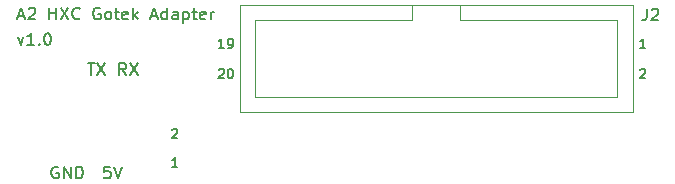
<source format=gbr>
%TF.GenerationSoftware,KiCad,Pcbnew,8.0.5*%
%TF.CreationDate,2024-12-02T19:35:40-06:00*%
%TF.ProjectId,Apple-II-HXC-Gotek-Adapter,4170706c-652d-4494-992d-4858432d476f,v1.0*%
%TF.SameCoordinates,Original*%
%TF.FileFunction,Legend,Top*%
%TF.FilePolarity,Positive*%
%FSLAX46Y46*%
G04 Gerber Fmt 4.6, Leading zero omitted, Abs format (unit mm)*
G04 Created by KiCad (PCBNEW 8.0.5) date 2024-12-02 19:35:40*
%MOMM*%
%LPD*%
G01*
G04 APERTURE LIST*
%ADD10C,0.200000*%
%ADD11C,0.150000*%
%ADD12C,0.120000*%
G04 APERTURE END LIST*
D10*
X77617435Y-101054552D02*
X77855530Y-101721219D01*
X77855530Y-101721219D02*
X78093625Y-101054552D01*
X78998387Y-101721219D02*
X78426959Y-101721219D01*
X78712673Y-101721219D02*
X78712673Y-100721219D01*
X78712673Y-100721219D02*
X78617435Y-100864076D01*
X78617435Y-100864076D02*
X78522197Y-100959314D01*
X78522197Y-100959314D02*
X78426959Y-101006933D01*
X79426959Y-101625980D02*
X79474578Y-101673600D01*
X79474578Y-101673600D02*
X79426959Y-101721219D01*
X79426959Y-101721219D02*
X79379340Y-101673600D01*
X79379340Y-101673600D02*
X79426959Y-101625980D01*
X79426959Y-101625980D02*
X79426959Y-101721219D01*
X80093625Y-100721219D02*
X80188863Y-100721219D01*
X80188863Y-100721219D02*
X80284101Y-100768838D01*
X80284101Y-100768838D02*
X80331720Y-100816457D01*
X80331720Y-100816457D02*
X80379339Y-100911695D01*
X80379339Y-100911695D02*
X80426958Y-101102171D01*
X80426958Y-101102171D02*
X80426958Y-101340266D01*
X80426958Y-101340266D02*
X80379339Y-101530742D01*
X80379339Y-101530742D02*
X80331720Y-101625980D01*
X80331720Y-101625980D02*
X80284101Y-101673600D01*
X80284101Y-101673600D02*
X80188863Y-101721219D01*
X80188863Y-101721219D02*
X80093625Y-101721219D01*
X80093625Y-101721219D02*
X79998387Y-101673600D01*
X79998387Y-101673600D02*
X79950768Y-101625980D01*
X79950768Y-101625980D02*
X79903149Y-101530742D01*
X79903149Y-101530742D02*
X79855530Y-101340266D01*
X79855530Y-101340266D02*
X79855530Y-101102171D01*
X79855530Y-101102171D02*
X79903149Y-100911695D01*
X79903149Y-100911695D02*
X79950768Y-100816457D01*
X79950768Y-100816457D02*
X79998387Y-100768838D01*
X79998387Y-100768838D02*
X80093625Y-100721219D01*
X77665054Y-99276504D02*
X78141244Y-99276504D01*
X77569816Y-99562219D02*
X77903149Y-98562219D01*
X77903149Y-98562219D02*
X78236482Y-99562219D01*
X78522197Y-98657457D02*
X78569816Y-98609838D01*
X78569816Y-98609838D02*
X78665054Y-98562219D01*
X78665054Y-98562219D02*
X78903149Y-98562219D01*
X78903149Y-98562219D02*
X78998387Y-98609838D01*
X78998387Y-98609838D02*
X79046006Y-98657457D01*
X79046006Y-98657457D02*
X79093625Y-98752695D01*
X79093625Y-98752695D02*
X79093625Y-98847933D01*
X79093625Y-98847933D02*
X79046006Y-98990790D01*
X79046006Y-98990790D02*
X78474578Y-99562219D01*
X78474578Y-99562219D02*
X79093625Y-99562219D01*
X80284102Y-99562219D02*
X80284102Y-98562219D01*
X80284102Y-99038409D02*
X80855530Y-99038409D01*
X80855530Y-99562219D02*
X80855530Y-98562219D01*
X81236483Y-98562219D02*
X81903149Y-99562219D01*
X81903149Y-98562219D02*
X81236483Y-99562219D01*
X82855530Y-99466980D02*
X82807911Y-99514600D01*
X82807911Y-99514600D02*
X82665054Y-99562219D01*
X82665054Y-99562219D02*
X82569816Y-99562219D01*
X82569816Y-99562219D02*
X82426959Y-99514600D01*
X82426959Y-99514600D02*
X82331721Y-99419361D01*
X82331721Y-99419361D02*
X82284102Y-99324123D01*
X82284102Y-99324123D02*
X82236483Y-99133647D01*
X82236483Y-99133647D02*
X82236483Y-98990790D01*
X82236483Y-98990790D02*
X82284102Y-98800314D01*
X82284102Y-98800314D02*
X82331721Y-98705076D01*
X82331721Y-98705076D02*
X82426959Y-98609838D01*
X82426959Y-98609838D02*
X82569816Y-98562219D01*
X82569816Y-98562219D02*
X82665054Y-98562219D01*
X82665054Y-98562219D02*
X82807911Y-98609838D01*
X82807911Y-98609838D02*
X82855530Y-98657457D01*
X84569816Y-98609838D02*
X84474578Y-98562219D01*
X84474578Y-98562219D02*
X84331721Y-98562219D01*
X84331721Y-98562219D02*
X84188864Y-98609838D01*
X84188864Y-98609838D02*
X84093626Y-98705076D01*
X84093626Y-98705076D02*
X84046007Y-98800314D01*
X84046007Y-98800314D02*
X83998388Y-98990790D01*
X83998388Y-98990790D02*
X83998388Y-99133647D01*
X83998388Y-99133647D02*
X84046007Y-99324123D01*
X84046007Y-99324123D02*
X84093626Y-99419361D01*
X84093626Y-99419361D02*
X84188864Y-99514600D01*
X84188864Y-99514600D02*
X84331721Y-99562219D01*
X84331721Y-99562219D02*
X84426959Y-99562219D01*
X84426959Y-99562219D02*
X84569816Y-99514600D01*
X84569816Y-99514600D02*
X84617435Y-99466980D01*
X84617435Y-99466980D02*
X84617435Y-99133647D01*
X84617435Y-99133647D02*
X84426959Y-99133647D01*
X85188864Y-99562219D02*
X85093626Y-99514600D01*
X85093626Y-99514600D02*
X85046007Y-99466980D01*
X85046007Y-99466980D02*
X84998388Y-99371742D01*
X84998388Y-99371742D02*
X84998388Y-99086028D01*
X84998388Y-99086028D02*
X85046007Y-98990790D01*
X85046007Y-98990790D02*
X85093626Y-98943171D01*
X85093626Y-98943171D02*
X85188864Y-98895552D01*
X85188864Y-98895552D02*
X85331721Y-98895552D01*
X85331721Y-98895552D02*
X85426959Y-98943171D01*
X85426959Y-98943171D02*
X85474578Y-98990790D01*
X85474578Y-98990790D02*
X85522197Y-99086028D01*
X85522197Y-99086028D02*
X85522197Y-99371742D01*
X85522197Y-99371742D02*
X85474578Y-99466980D01*
X85474578Y-99466980D02*
X85426959Y-99514600D01*
X85426959Y-99514600D02*
X85331721Y-99562219D01*
X85331721Y-99562219D02*
X85188864Y-99562219D01*
X85807912Y-98895552D02*
X86188864Y-98895552D01*
X85950769Y-98562219D02*
X85950769Y-99419361D01*
X85950769Y-99419361D02*
X85998388Y-99514600D01*
X85998388Y-99514600D02*
X86093626Y-99562219D01*
X86093626Y-99562219D02*
X86188864Y-99562219D01*
X86903150Y-99514600D02*
X86807912Y-99562219D01*
X86807912Y-99562219D02*
X86617436Y-99562219D01*
X86617436Y-99562219D02*
X86522198Y-99514600D01*
X86522198Y-99514600D02*
X86474579Y-99419361D01*
X86474579Y-99419361D02*
X86474579Y-99038409D01*
X86474579Y-99038409D02*
X86522198Y-98943171D01*
X86522198Y-98943171D02*
X86617436Y-98895552D01*
X86617436Y-98895552D02*
X86807912Y-98895552D01*
X86807912Y-98895552D02*
X86903150Y-98943171D01*
X86903150Y-98943171D02*
X86950769Y-99038409D01*
X86950769Y-99038409D02*
X86950769Y-99133647D01*
X86950769Y-99133647D02*
X86474579Y-99228885D01*
X87379341Y-99562219D02*
X87379341Y-98562219D01*
X87474579Y-99181266D02*
X87760293Y-99562219D01*
X87760293Y-98895552D02*
X87379341Y-99276504D01*
X88903151Y-99276504D02*
X89379341Y-99276504D01*
X88807913Y-99562219D02*
X89141246Y-98562219D01*
X89141246Y-98562219D02*
X89474579Y-99562219D01*
X90236484Y-99562219D02*
X90236484Y-98562219D01*
X90236484Y-99514600D02*
X90141246Y-99562219D01*
X90141246Y-99562219D02*
X89950770Y-99562219D01*
X89950770Y-99562219D02*
X89855532Y-99514600D01*
X89855532Y-99514600D02*
X89807913Y-99466980D01*
X89807913Y-99466980D02*
X89760294Y-99371742D01*
X89760294Y-99371742D02*
X89760294Y-99086028D01*
X89760294Y-99086028D02*
X89807913Y-98990790D01*
X89807913Y-98990790D02*
X89855532Y-98943171D01*
X89855532Y-98943171D02*
X89950770Y-98895552D01*
X89950770Y-98895552D02*
X90141246Y-98895552D01*
X90141246Y-98895552D02*
X90236484Y-98943171D01*
X91141246Y-99562219D02*
X91141246Y-99038409D01*
X91141246Y-99038409D02*
X91093627Y-98943171D01*
X91093627Y-98943171D02*
X90998389Y-98895552D01*
X90998389Y-98895552D02*
X90807913Y-98895552D01*
X90807913Y-98895552D02*
X90712675Y-98943171D01*
X91141246Y-99514600D02*
X91046008Y-99562219D01*
X91046008Y-99562219D02*
X90807913Y-99562219D01*
X90807913Y-99562219D02*
X90712675Y-99514600D01*
X90712675Y-99514600D02*
X90665056Y-99419361D01*
X90665056Y-99419361D02*
X90665056Y-99324123D01*
X90665056Y-99324123D02*
X90712675Y-99228885D01*
X90712675Y-99228885D02*
X90807913Y-99181266D01*
X90807913Y-99181266D02*
X91046008Y-99181266D01*
X91046008Y-99181266D02*
X91141246Y-99133647D01*
X91617437Y-98895552D02*
X91617437Y-99895552D01*
X91617437Y-98943171D02*
X91712675Y-98895552D01*
X91712675Y-98895552D02*
X91903151Y-98895552D01*
X91903151Y-98895552D02*
X91998389Y-98943171D01*
X91998389Y-98943171D02*
X92046008Y-98990790D01*
X92046008Y-98990790D02*
X92093627Y-99086028D01*
X92093627Y-99086028D02*
X92093627Y-99371742D01*
X92093627Y-99371742D02*
X92046008Y-99466980D01*
X92046008Y-99466980D02*
X91998389Y-99514600D01*
X91998389Y-99514600D02*
X91903151Y-99562219D01*
X91903151Y-99562219D02*
X91712675Y-99562219D01*
X91712675Y-99562219D02*
X91617437Y-99514600D01*
X92379342Y-98895552D02*
X92760294Y-98895552D01*
X92522199Y-98562219D02*
X92522199Y-99419361D01*
X92522199Y-99419361D02*
X92569818Y-99514600D01*
X92569818Y-99514600D02*
X92665056Y-99562219D01*
X92665056Y-99562219D02*
X92760294Y-99562219D01*
X93474580Y-99514600D02*
X93379342Y-99562219D01*
X93379342Y-99562219D02*
X93188866Y-99562219D01*
X93188866Y-99562219D02*
X93093628Y-99514600D01*
X93093628Y-99514600D02*
X93046009Y-99419361D01*
X93046009Y-99419361D02*
X93046009Y-99038409D01*
X93046009Y-99038409D02*
X93093628Y-98943171D01*
X93093628Y-98943171D02*
X93188866Y-98895552D01*
X93188866Y-98895552D02*
X93379342Y-98895552D01*
X93379342Y-98895552D02*
X93474580Y-98943171D01*
X93474580Y-98943171D02*
X93522199Y-99038409D01*
X93522199Y-99038409D02*
X93522199Y-99133647D01*
X93522199Y-99133647D02*
X93046009Y-99228885D01*
X93950771Y-99562219D02*
X93950771Y-98895552D01*
X93950771Y-99086028D02*
X93998390Y-98990790D01*
X93998390Y-98990790D02*
X94046009Y-98943171D01*
X94046009Y-98943171D02*
X94141247Y-98895552D01*
X94141247Y-98895552D02*
X94236485Y-98895552D01*
D11*
X130299064Y-103818485D02*
X130337160Y-103780390D01*
X130337160Y-103780390D02*
X130413350Y-103742295D01*
X130413350Y-103742295D02*
X130603826Y-103742295D01*
X130603826Y-103742295D02*
X130680017Y-103780390D01*
X130680017Y-103780390D02*
X130718112Y-103818485D01*
X130718112Y-103818485D02*
X130756207Y-103894676D01*
X130756207Y-103894676D02*
X130756207Y-103970866D01*
X130756207Y-103970866D02*
X130718112Y-104085152D01*
X130718112Y-104085152D02*
X130260969Y-104542295D01*
X130260969Y-104542295D02*
X130756207Y-104542295D01*
X130756207Y-102002295D02*
X130299064Y-102002295D01*
X130527636Y-102002295D02*
X130527636Y-101202295D01*
X130527636Y-101202295D02*
X130451445Y-101316580D01*
X130451445Y-101316580D02*
X130375255Y-101392771D01*
X130375255Y-101392771D02*
X130299064Y-101430866D01*
X95069207Y-102002295D02*
X94612064Y-102002295D01*
X94840636Y-102002295D02*
X94840636Y-101202295D01*
X94840636Y-101202295D02*
X94764445Y-101316580D01*
X94764445Y-101316580D02*
X94688255Y-101392771D01*
X94688255Y-101392771D02*
X94612064Y-101430866D01*
X95450160Y-102002295D02*
X95602541Y-102002295D01*
X95602541Y-102002295D02*
X95678731Y-101964200D01*
X95678731Y-101964200D02*
X95716827Y-101926104D01*
X95716827Y-101926104D02*
X95793017Y-101811819D01*
X95793017Y-101811819D02*
X95831112Y-101659438D01*
X95831112Y-101659438D02*
X95831112Y-101354676D01*
X95831112Y-101354676D02*
X95793017Y-101278485D01*
X95793017Y-101278485D02*
X95754922Y-101240390D01*
X95754922Y-101240390D02*
X95678731Y-101202295D01*
X95678731Y-101202295D02*
X95526350Y-101202295D01*
X95526350Y-101202295D02*
X95450160Y-101240390D01*
X95450160Y-101240390D02*
X95412065Y-101278485D01*
X95412065Y-101278485D02*
X95373969Y-101354676D01*
X95373969Y-101354676D02*
X95373969Y-101545152D01*
X95373969Y-101545152D02*
X95412065Y-101621342D01*
X95412065Y-101621342D02*
X95450160Y-101659438D01*
X95450160Y-101659438D02*
X95526350Y-101697533D01*
X95526350Y-101697533D02*
X95678731Y-101697533D01*
X95678731Y-101697533D02*
X95754922Y-101659438D01*
X95754922Y-101659438D02*
X95793017Y-101621342D01*
X95793017Y-101621342D02*
X95831112Y-101545152D01*
X94612064Y-103818485D02*
X94650160Y-103780390D01*
X94650160Y-103780390D02*
X94726350Y-103742295D01*
X94726350Y-103742295D02*
X94916826Y-103742295D01*
X94916826Y-103742295D02*
X94993017Y-103780390D01*
X94993017Y-103780390D02*
X95031112Y-103818485D01*
X95031112Y-103818485D02*
X95069207Y-103894676D01*
X95069207Y-103894676D02*
X95069207Y-103970866D01*
X95069207Y-103970866D02*
X95031112Y-104085152D01*
X95031112Y-104085152D02*
X94573969Y-104542295D01*
X94573969Y-104542295D02*
X95069207Y-104542295D01*
X95564446Y-103742295D02*
X95640636Y-103742295D01*
X95640636Y-103742295D02*
X95716827Y-103780390D01*
X95716827Y-103780390D02*
X95754922Y-103818485D01*
X95754922Y-103818485D02*
X95793017Y-103894676D01*
X95793017Y-103894676D02*
X95831112Y-104047057D01*
X95831112Y-104047057D02*
X95831112Y-104237533D01*
X95831112Y-104237533D02*
X95793017Y-104389914D01*
X95793017Y-104389914D02*
X95754922Y-104466104D01*
X95754922Y-104466104D02*
X95716827Y-104504200D01*
X95716827Y-104504200D02*
X95640636Y-104542295D01*
X95640636Y-104542295D02*
X95564446Y-104542295D01*
X95564446Y-104542295D02*
X95488255Y-104504200D01*
X95488255Y-104504200D02*
X95450160Y-104466104D01*
X95450160Y-104466104D02*
X95412065Y-104389914D01*
X95412065Y-104389914D02*
X95373969Y-104237533D01*
X95373969Y-104237533D02*
X95373969Y-104047057D01*
X95373969Y-104047057D02*
X95412065Y-103894676D01*
X95412065Y-103894676D02*
X95450160Y-103818485D01*
X95450160Y-103818485D02*
X95488255Y-103780390D01*
X95488255Y-103780390D02*
X95564446Y-103742295D01*
X91132207Y-112035295D02*
X90675064Y-112035295D01*
X90903636Y-112035295D02*
X90903636Y-111235295D01*
X90903636Y-111235295D02*
X90827445Y-111349580D01*
X90827445Y-111349580D02*
X90751255Y-111425771D01*
X90751255Y-111425771D02*
X90675064Y-111463866D01*
X90675064Y-108898485D02*
X90713160Y-108860390D01*
X90713160Y-108860390D02*
X90789350Y-108822295D01*
X90789350Y-108822295D02*
X90979826Y-108822295D01*
X90979826Y-108822295D02*
X91056017Y-108860390D01*
X91056017Y-108860390D02*
X91094112Y-108898485D01*
X91094112Y-108898485D02*
X91132207Y-108974676D01*
X91132207Y-108974676D02*
X91132207Y-109050866D01*
X91132207Y-109050866D02*
X91094112Y-109165152D01*
X91094112Y-109165152D02*
X90636969Y-109622295D01*
X90636969Y-109622295D02*
X91132207Y-109622295D01*
D10*
X83538816Y-103261219D02*
X84110244Y-103261219D01*
X83824530Y-104261219D02*
X83824530Y-103261219D01*
X84348340Y-103261219D02*
X85015006Y-104261219D01*
X85015006Y-103261219D02*
X84348340Y-104261219D01*
X86793101Y-104261219D02*
X86459768Y-103785028D01*
X86221673Y-104261219D02*
X86221673Y-103261219D01*
X86221673Y-103261219D02*
X86602625Y-103261219D01*
X86602625Y-103261219D02*
X86697863Y-103308838D01*
X86697863Y-103308838D02*
X86745482Y-103356457D01*
X86745482Y-103356457D02*
X86793101Y-103451695D01*
X86793101Y-103451695D02*
X86793101Y-103594552D01*
X86793101Y-103594552D02*
X86745482Y-103689790D01*
X86745482Y-103689790D02*
X86697863Y-103737409D01*
X86697863Y-103737409D02*
X86602625Y-103785028D01*
X86602625Y-103785028D02*
X86221673Y-103785028D01*
X87126435Y-103261219D02*
X87793101Y-104261219D01*
X87793101Y-103261219D02*
X87126435Y-104261219D01*
X81030482Y-112071838D02*
X80935244Y-112024219D01*
X80935244Y-112024219D02*
X80792387Y-112024219D01*
X80792387Y-112024219D02*
X80649530Y-112071838D01*
X80649530Y-112071838D02*
X80554292Y-112167076D01*
X80554292Y-112167076D02*
X80506673Y-112262314D01*
X80506673Y-112262314D02*
X80459054Y-112452790D01*
X80459054Y-112452790D02*
X80459054Y-112595647D01*
X80459054Y-112595647D02*
X80506673Y-112786123D01*
X80506673Y-112786123D02*
X80554292Y-112881361D01*
X80554292Y-112881361D02*
X80649530Y-112976600D01*
X80649530Y-112976600D02*
X80792387Y-113024219D01*
X80792387Y-113024219D02*
X80887625Y-113024219D01*
X80887625Y-113024219D02*
X81030482Y-112976600D01*
X81030482Y-112976600D02*
X81078101Y-112928980D01*
X81078101Y-112928980D02*
X81078101Y-112595647D01*
X81078101Y-112595647D02*
X80887625Y-112595647D01*
X81506673Y-113024219D02*
X81506673Y-112024219D01*
X81506673Y-112024219D02*
X82078101Y-113024219D01*
X82078101Y-113024219D02*
X82078101Y-112024219D01*
X82554292Y-113024219D02*
X82554292Y-112024219D01*
X82554292Y-112024219D02*
X82792387Y-112024219D01*
X82792387Y-112024219D02*
X82935244Y-112071838D01*
X82935244Y-112071838D02*
X83030482Y-112167076D01*
X83030482Y-112167076D02*
X83078101Y-112262314D01*
X83078101Y-112262314D02*
X83125720Y-112452790D01*
X83125720Y-112452790D02*
X83125720Y-112595647D01*
X83125720Y-112595647D02*
X83078101Y-112786123D01*
X83078101Y-112786123D02*
X83030482Y-112881361D01*
X83030482Y-112881361D02*
X82935244Y-112976600D01*
X82935244Y-112976600D02*
X82792387Y-113024219D01*
X82792387Y-113024219D02*
X82554292Y-113024219D01*
X85427863Y-112024219D02*
X84951673Y-112024219D01*
X84951673Y-112024219D02*
X84904054Y-112500409D01*
X84904054Y-112500409D02*
X84951673Y-112452790D01*
X84951673Y-112452790D02*
X85046911Y-112405171D01*
X85046911Y-112405171D02*
X85285006Y-112405171D01*
X85285006Y-112405171D02*
X85380244Y-112452790D01*
X85380244Y-112452790D02*
X85427863Y-112500409D01*
X85427863Y-112500409D02*
X85475482Y-112595647D01*
X85475482Y-112595647D02*
X85475482Y-112833742D01*
X85475482Y-112833742D02*
X85427863Y-112928980D01*
X85427863Y-112928980D02*
X85380244Y-112976600D01*
X85380244Y-112976600D02*
X85285006Y-113024219D01*
X85285006Y-113024219D02*
X85046911Y-113024219D01*
X85046911Y-113024219D02*
X84951673Y-112976600D01*
X84951673Y-112976600D02*
X84904054Y-112928980D01*
X85761197Y-112024219D02*
X86094530Y-113024219D01*
X86094530Y-113024219D02*
X86427863Y-112024219D01*
D11*
X130857666Y-98641819D02*
X130857666Y-99356104D01*
X130857666Y-99356104D02*
X130810047Y-99498961D01*
X130810047Y-99498961D02*
X130714809Y-99594200D01*
X130714809Y-99594200D02*
X130571952Y-99641819D01*
X130571952Y-99641819D02*
X130476714Y-99641819D01*
X131286238Y-98737057D02*
X131333857Y-98689438D01*
X131333857Y-98689438D02*
X131429095Y-98641819D01*
X131429095Y-98641819D02*
X131667190Y-98641819D01*
X131667190Y-98641819D02*
X131762428Y-98689438D01*
X131762428Y-98689438D02*
X131810047Y-98737057D01*
X131810047Y-98737057D02*
X131857666Y-98832295D01*
X131857666Y-98832295D02*
X131857666Y-98927533D01*
X131857666Y-98927533D02*
X131810047Y-99070390D01*
X131810047Y-99070390D02*
X131238619Y-99641819D01*
X131238619Y-99641819D02*
X131857666Y-99641819D01*
D12*
%TO.C,J2*%
X96390000Y-107430000D02*
X96390000Y-98310000D01*
X129670000Y-107430000D02*
X96390000Y-107430000D01*
X97690000Y-106120000D02*
X97690000Y-99620000D01*
X128370000Y-106120000D02*
X97690000Y-106120000D01*
X97690000Y-99620000D02*
X110980000Y-99620000D01*
X110980000Y-99620000D02*
X110980000Y-99620000D01*
X110980000Y-99620000D02*
X110980000Y-98310000D01*
X115080000Y-99620000D02*
X128370000Y-99620000D01*
X128370000Y-99620000D02*
X128370000Y-106120000D01*
X96390000Y-98310000D02*
X129670000Y-98310000D01*
X115080000Y-98310000D02*
X115080000Y-99620000D01*
X129670000Y-98310000D02*
X129670000Y-107430000D01*
%TD*%
M02*

</source>
